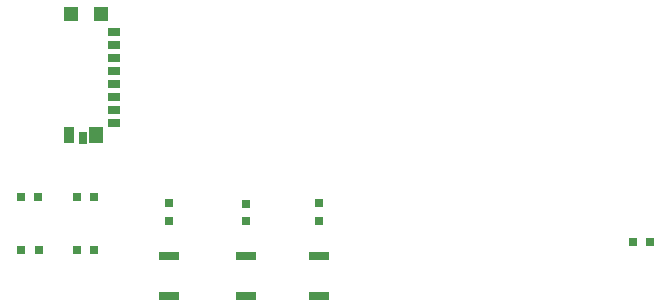
<source format=gtp>
G04 #@! TF.FileFunction,Paste,Top*
%FSLAX46Y46*%
G04 Gerber Fmt 4.6, Leading zero omitted, Abs format (unit mm)*
G04 Created by KiCad (PCBNEW 4.0.1-3.201512221402+6198~38~ubuntu14.04.1-stable) date Sat 13 Aug 2016 05:43:18 PM PDT*
%MOMM*%
G01*
G04 APERTURE LIST*
%ADD10C,0.100000*%
%ADD11R,0.800000X0.750000*%
%ADD12R,0.750000X0.800000*%
%ADD13R,1.700000X0.800000*%
%ADD14R,0.900000X1.400000*%
%ADD15R,1.150000X1.200000*%
%ADD16R,1.200000X1.450000*%
%ADD17R,1.000000X0.700000*%
%ADD18R,0.700000X1.000000*%
G04 APERTURE END LIST*
D10*
D11*
X105227666Y-124828528D03*
X106727666Y-124828528D03*
X105168000Y-120383528D03*
X106668000Y-120383528D03*
X156972000Y-124206000D03*
X158472000Y-124206000D03*
X111402666Y-124828528D03*
X109902666Y-124828528D03*
D12*
X130429000Y-120904000D03*
X130429000Y-122404000D03*
X124206000Y-120928000D03*
X124206000Y-122428000D03*
X117729000Y-120904000D03*
X117729000Y-122404000D03*
D11*
X111402666Y-120383528D03*
X109902666Y-120383528D03*
D13*
X130429000Y-128749000D03*
X130429000Y-125349000D03*
X124206000Y-128749000D03*
X124206000Y-125349000D03*
X117729000Y-128749000D03*
X117729000Y-125349000D03*
D14*
X109253500Y-115149900D03*
D15*
X109390000Y-104885000D03*
D16*
X111553500Y-115124900D03*
D15*
X111990000Y-104885000D03*
D17*
X113030000Y-107485000D03*
X113030000Y-106385000D03*
X113030000Y-108585000D03*
X113030000Y-109685000D03*
X113030000Y-110785000D03*
X113030000Y-114085000D03*
X113030000Y-112985000D03*
X113030000Y-111885000D03*
D18*
X110403500Y-115349900D03*
M02*

</source>
